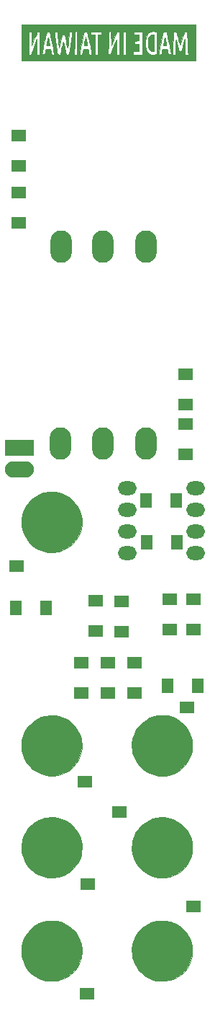
<source format=gbr>
G04 #@! TF.GenerationSoftware,KiCad,Pcbnew,5.1.2-f72e74a~84~ubuntu16.04.1*
G04 #@! TF.CreationDate,2019-05-06T13:36:40+08:00*
G04 #@! TF.ProjectId,8Bit_EuroRack,38426974-5f45-4757-926f-5261636b2e6b,rev?*
G04 #@! TF.SameCoordinates,Original*
G04 #@! TF.FileFunction,Soldermask,Bot*
G04 #@! TF.FilePolarity,Negative*
%FSLAX46Y46*%
G04 Gerber Fmt 4.6, Leading zero omitted, Abs format (unit mm)*
G04 Created by KiCad (PCBNEW 5.1.2-f72e74a~84~ubuntu16.04.1) date 2019-05-06 13:36:40*
%MOMM*%
%LPD*%
G04 APERTURE LIST*
%ADD10C,0.010000*%
%ADD11C,6.725864*%
%ADD12R,1.820000X1.420000*%
%ADD13R,1.720000X1.320000*%
%ADD14R,1.420000X1.820000*%
%ADD15R,3.410000X1.910000*%
%ADD16O,3.410000X1.910000*%
%ADD17O,2.220000X1.620000*%
%ADD18O,2.540000X3.800000*%
G04 APERTURE END LIST*
D10*
G36*
X92200969Y-46875007D02*
G01*
X92227073Y-46969422D01*
X92260522Y-47107134D01*
X92296920Y-47268232D01*
X92331872Y-47432809D01*
X92360983Y-47580954D01*
X92379859Y-47692759D01*
X92384655Y-47740969D01*
X92359799Y-47780592D01*
X92275593Y-47799557D01*
X92177509Y-47802858D01*
X91970364Y-47802858D01*
X92070161Y-47331651D01*
X92111191Y-47143050D01*
X92147122Y-46987323D01*
X92173836Y-46881726D01*
X92186604Y-46843798D01*
X92200969Y-46875007D01*
X92200969Y-46875007D01*
G37*
X92200969Y-46875007D02*
X92227073Y-46969422D01*
X92260522Y-47107134D01*
X92296920Y-47268232D01*
X92331872Y-47432809D01*
X92360983Y-47580954D01*
X92379859Y-47692759D01*
X92384655Y-47740969D01*
X92359799Y-47780592D01*
X92275593Y-47799557D01*
X92177509Y-47802858D01*
X91970364Y-47802858D01*
X92070161Y-47331651D01*
X92111191Y-47143050D01*
X92147122Y-46987323D01*
X92173836Y-46881726D01*
X92186604Y-46843798D01*
X92200969Y-46875007D01*
G36*
X82970747Y-47252525D02*
G01*
X83011143Y-47439867D01*
X83043704Y-47598827D01*
X83064512Y-47709777D01*
X83070054Y-47749942D01*
X83031443Y-47785821D01*
X82912402Y-47801856D01*
X82856802Y-47802858D01*
X82730483Y-47798882D01*
X82670674Y-47782365D01*
X82659411Y-47746427D01*
X82663387Y-47728775D01*
X82682470Y-47648471D01*
X82710068Y-47517132D01*
X82732976Y-47400692D01*
X82768135Y-47228611D01*
X82806067Y-47060958D01*
X82827083Y-46977358D01*
X82872707Y-46808025D01*
X82970747Y-47252525D01*
X82970747Y-47252525D01*
G37*
X82970747Y-47252525D02*
X83011143Y-47439867D01*
X83043704Y-47598827D01*
X83064512Y-47709777D01*
X83070054Y-47749942D01*
X83031443Y-47785821D01*
X82912402Y-47801856D01*
X82856802Y-47802858D01*
X82730483Y-47798882D01*
X82670674Y-47782365D01*
X82659411Y-47746427D01*
X82663387Y-47728775D01*
X82682470Y-47648471D01*
X82710068Y-47517132D01*
X82732976Y-47400692D01*
X82768135Y-47228611D01*
X82806067Y-47060958D01*
X82827083Y-46977358D01*
X82872707Y-46808025D01*
X82970747Y-47252525D01*
G36*
X78457207Y-46832719D02*
G01*
X78465569Y-46878672D01*
X78488123Y-46990262D01*
X78521350Y-47150332D01*
X78558520Y-47326608D01*
X78659613Y-47802858D01*
X78452468Y-47802858D01*
X78317205Y-47794633D01*
X78253756Y-47767791D01*
X78245322Y-47744018D01*
X78253596Y-47673835D01*
X78275422Y-47548790D01*
X78306304Y-47390253D01*
X78341745Y-47219593D01*
X78377251Y-47058179D01*
X78408324Y-46927379D01*
X78430469Y-46848564D01*
X78436442Y-46835626D01*
X78457202Y-46832466D01*
X78457207Y-46832719D01*
X78457207Y-46832719D01*
G37*
X78457207Y-46832719D02*
X78465569Y-46878672D01*
X78488123Y-46990262D01*
X78521350Y-47150332D01*
X78558520Y-47326608D01*
X78659613Y-47802858D01*
X78452468Y-47802858D01*
X78317205Y-47794633D01*
X78253756Y-47767791D01*
X78245322Y-47744018D01*
X78253596Y-47673835D01*
X78275422Y-47548790D01*
X78306304Y-47390253D01*
X78341745Y-47219593D01*
X78377251Y-47058179D01*
X78408324Y-46927379D01*
X78430469Y-46848564D01*
X78436442Y-46835626D01*
X78457202Y-46832466D01*
X78457207Y-46832719D01*
G36*
X90902989Y-48480192D02*
G01*
X90743075Y-48480192D01*
X90609724Y-48462633D01*
X90497513Y-48419790D01*
X90488833Y-48414122D01*
X90387522Y-48316728D01*
X90315497Y-48179947D01*
X90267993Y-47989886D01*
X90240245Y-47732653D01*
X90237090Y-47680146D01*
X90232250Y-47319078D01*
X90262471Y-47031789D01*
X90329401Y-46814266D01*
X90434690Y-46662493D01*
X90579983Y-46572457D01*
X90703302Y-46544355D01*
X90902989Y-46521847D01*
X90902989Y-48480192D01*
X90902989Y-48480192D01*
G37*
X90902989Y-48480192D02*
X90743075Y-48480192D01*
X90609724Y-48462633D01*
X90497513Y-48419790D01*
X90488833Y-48414122D01*
X90387522Y-48316728D01*
X90315497Y-48179947D01*
X90267993Y-47989886D01*
X90240245Y-47732653D01*
X90237090Y-47680146D01*
X90232250Y-47319078D01*
X90262471Y-47031789D01*
X90329401Y-46814266D01*
X90434690Y-46662493D01*
X90579983Y-46572457D01*
X90703302Y-46544355D01*
X90902989Y-46521847D01*
X90902989Y-48480192D01*
G36*
X85600739Y-45358022D02*
G01*
X95834822Y-45368692D01*
X95845804Y-47453608D01*
X95856786Y-49538525D01*
X75366655Y-49538525D01*
X75366655Y-48866374D01*
X85525459Y-48866374D01*
X85679021Y-48853199D01*
X85832584Y-48840025D01*
X86012501Y-48332025D01*
X86098215Y-48093925D01*
X86190889Y-47842863D01*
X86278152Y-47612040D01*
X86335787Y-47464192D01*
X86479155Y-47104358D01*
X86490597Y-47982775D01*
X86502040Y-48861192D01*
X86838989Y-48861192D01*
X86838989Y-46151858D01*
X87262322Y-46151858D01*
X87262322Y-48861192D01*
X87600989Y-48861192D01*
X87600989Y-48480192D01*
X88489989Y-48480192D01*
X88489989Y-48861192D01*
X89549511Y-48861192D01*
X89538431Y-47528776D01*
X89860680Y-47528776D01*
X89882848Y-47851990D01*
X89954760Y-48203825D01*
X90066291Y-48481705D01*
X90218289Y-48686941D01*
X90411602Y-48820845D01*
X90537427Y-48864964D01*
X90657077Y-48878918D01*
X90821092Y-48879113D01*
X90992758Y-48867439D01*
X91103610Y-48850608D01*
X91453512Y-48850608D01*
X91490979Y-48857252D01*
X91584746Y-48860931D01*
X91621849Y-48861192D01*
X91735577Y-48852715D01*
X91791855Y-48818544D01*
X91812696Y-48765942D01*
X91831081Y-48670165D01*
X91853726Y-48529215D01*
X91866863Y-48437858D01*
X91898708Y-48205025D01*
X92182730Y-48192537D01*
X92319180Y-48186831D01*
X92408548Y-48193847D01*
X92463506Y-48228122D01*
X92496724Y-48304194D01*
X92520872Y-48436601D01*
X92544125Y-48607192D01*
X92575899Y-48840025D01*
X92748648Y-48852710D01*
X92921397Y-48865396D01*
X92920645Y-48861192D01*
X93092812Y-48861192D01*
X93442989Y-48861192D01*
X93445428Y-48130942D01*
X93447976Y-47877181D01*
X93453469Y-47640769D01*
X93461250Y-47439901D01*
X93470664Y-47292770D01*
X93477873Y-47231501D01*
X93490361Y-47173896D01*
X93504219Y-47152419D01*
X93522799Y-47175537D01*
X93549451Y-47251718D01*
X93587524Y-47389428D01*
X93640370Y-47597134D01*
X93670518Y-47718335D01*
X93727397Y-47947460D01*
X93778233Y-48151681D01*
X93819036Y-48315005D01*
X93845813Y-48421440D01*
X93853358Y-48450854D01*
X93893201Y-48505344D01*
X93985450Y-48516070D01*
X94006355Y-48514354D01*
X94091036Y-48496779D01*
X94141260Y-48449506D01*
X94178350Y-48348704D01*
X94188455Y-48310858D01*
X94217964Y-48196822D01*
X94262796Y-48023545D01*
X94317071Y-47813756D01*
X94374909Y-47590185D01*
X94380124Y-47570025D01*
X94522489Y-47019692D01*
X94548669Y-47506525D01*
X94560620Y-47761884D01*
X94571005Y-48043859D01*
X94578309Y-48308568D01*
X94580419Y-48427275D01*
X94585989Y-48861192D01*
X94930772Y-48861192D01*
X94907209Y-48384942D01*
X94896801Y-48160487D01*
X94885014Y-47883729D01*
X94873172Y-47586989D01*
X94862598Y-47302587D01*
X94860838Y-47252525D01*
X94851087Y-47004728D01*
X94839726Y-46767928D01*
X94827938Y-46563786D01*
X94816902Y-46413958D01*
X94812964Y-46374108D01*
X94795811Y-46245129D01*
X94771403Y-46179197D01*
X94723630Y-46155158D01*
X94643703Y-46151858D01*
X94586396Y-46152975D01*
X94540391Y-46162942D01*
X94500928Y-46191686D01*
X94463247Y-46249134D01*
X94422589Y-46345211D01*
X94374193Y-46489845D01*
X94313300Y-46692962D01*
X94235150Y-46964487D01*
X94207269Y-47062025D01*
X94140290Y-47288760D01*
X94079866Y-47479095D01*
X94030015Y-47621497D01*
X93994756Y-47704435D01*
X93978619Y-47718192D01*
X93959021Y-47653883D01*
X93922882Y-47526514D01*
X93875447Y-47354842D01*
X93824714Y-47167858D01*
X93763015Y-46943646D01*
X93698837Y-46718949D01*
X93640845Y-46523693D01*
X93606480Y-46414138D01*
X93519219Y-46147250D01*
X93364687Y-46160138D01*
X93210155Y-46173025D01*
X93183076Y-46554025D01*
X93173542Y-46711921D01*
X93162375Y-46935423D01*
X93150404Y-47205504D01*
X93138462Y-47503138D01*
X93127377Y-47809300D01*
X93124404Y-47898108D01*
X93092812Y-48861192D01*
X92920645Y-48861192D01*
X92820674Y-48302377D01*
X92778885Y-48079184D01*
X92725753Y-47810983D01*
X92665234Y-47516265D01*
X92601283Y-47213519D01*
X92537852Y-46921236D01*
X92478898Y-46657906D01*
X92428375Y-46442018D01*
X92392420Y-46300025D01*
X92358148Y-46215810D01*
X92297075Y-46175845D01*
X92188726Y-46160397D01*
X92019600Y-46147769D01*
X91861430Y-46816564D01*
X91820697Y-46995193D01*
X91772308Y-47217529D01*
X91719130Y-47469276D01*
X91664031Y-47736139D01*
X91609878Y-48003822D01*
X91559536Y-48258029D01*
X91515875Y-48484464D01*
X91481759Y-48668832D01*
X91460057Y-48796836D01*
X91453512Y-48850608D01*
X91103610Y-48850608D01*
X91135363Y-48845787D01*
X91184792Y-48831620D01*
X91201324Y-48810609D01*
X91214481Y-48756377D01*
X91224600Y-48661022D01*
X91232022Y-48516642D01*
X91237086Y-48315334D01*
X91240131Y-48049196D01*
X91241496Y-47710325D01*
X91241655Y-47507287D01*
X91241655Y-46204775D01*
X91109363Y-46178317D01*
X90790719Y-46144769D01*
X90517951Y-46180005D01*
X90293012Y-46283280D01*
X90117858Y-46453850D01*
X90038676Y-46585719D01*
X89940273Y-46858035D01*
X89879859Y-47181181D01*
X89860680Y-47528776D01*
X89538431Y-47528776D01*
X89538333Y-47517108D01*
X89527155Y-46173025D01*
X89029739Y-46161098D01*
X88532322Y-46149171D01*
X88532322Y-46532858D01*
X89167322Y-46532858D01*
X89167322Y-47248656D01*
X88595822Y-47273692D01*
X88582804Y-47453608D01*
X88569787Y-47633525D01*
X89167322Y-47633525D01*
X89167322Y-48480192D01*
X88489989Y-48480192D01*
X87600989Y-48480192D01*
X87600989Y-46151858D01*
X87262322Y-46151858D01*
X86838989Y-46151858D01*
X86694791Y-46151858D01*
X86632268Y-46154334D01*
X86584497Y-46170563D01*
X86541727Y-46213745D01*
X86494205Y-46297079D01*
X86432179Y-46433765D01*
X86358581Y-46606942D01*
X86261744Y-46839401D01*
X86158277Y-47092548D01*
X86063670Y-47328295D01*
X86018580Y-47443025D01*
X85870590Y-47824025D01*
X85865322Y-46146747D01*
X85547822Y-46173025D01*
X85536640Y-47519699D01*
X85525459Y-48866374D01*
X75366655Y-48866374D01*
X75366655Y-46151858D01*
X76170989Y-46151858D01*
X76170989Y-48861192D01*
X76315269Y-48861192D01*
X76394107Y-48856655D01*
X76445958Y-48830935D01*
X76486844Y-48765864D01*
X76532785Y-48643274D01*
X76548588Y-48596608D01*
X76595644Y-48462384D01*
X76665305Y-48270805D01*
X76749603Y-48043468D01*
X76840566Y-47801970D01*
X76880558Y-47697025D01*
X77123489Y-47062025D01*
X77134914Y-47961608D01*
X77146339Y-48861192D01*
X77483322Y-48861192D01*
X77483322Y-48821304D01*
X77708878Y-48821304D01*
X77733035Y-48853353D01*
X77810488Y-48857240D01*
X77875110Y-48853014D01*
X78054078Y-48840025D01*
X78085852Y-48607192D01*
X78112351Y-48414520D01*
X78136997Y-48290720D01*
X78172474Y-48221256D01*
X78231468Y-48191589D01*
X78326665Y-48187183D01*
X78447690Y-48192537D01*
X78732155Y-48205025D01*
X78782415Y-48522525D01*
X78806714Y-48675269D01*
X78825330Y-48790868D01*
X78834838Y-48848089D01*
X78835332Y-48850608D01*
X78874676Y-48857341D01*
X78969239Y-48860981D01*
X79001741Y-48861192D01*
X79165493Y-48861192D01*
X79064129Y-48279108D01*
X79017881Y-48029431D01*
X78958157Y-47730428D01*
X78889849Y-47404578D01*
X78817848Y-47074361D01*
X78747048Y-46762257D01*
X78682338Y-46490745D01*
X78633448Y-46300025D01*
X78601074Y-46216911D01*
X78545123Y-46180914D01*
X78435560Y-46173026D01*
X78432776Y-46173025D01*
X79198121Y-46173025D01*
X79210571Y-46342358D01*
X79227276Y-46530768D01*
X79252844Y-46770403D01*
X79285287Y-47046588D01*
X79322615Y-47344647D01*
X79362836Y-47649906D01*
X79403961Y-47947689D01*
X79444000Y-48223322D01*
X79480963Y-48462128D01*
X79512861Y-48649433D01*
X79537702Y-48770563D01*
X79542090Y-48787108D01*
X79586030Y-48840177D01*
X79688602Y-48860411D01*
X79726049Y-48861192D01*
X79888737Y-48861192D01*
X79973132Y-48490775D01*
X80023684Y-48262025D01*
X80077719Y-48006774D01*
X80124200Y-47777238D01*
X80127461Y-47760525D01*
X80161952Y-47589176D01*
X80193055Y-47445453D01*
X80215571Y-47353021D01*
X80220452Y-47337192D01*
X80237278Y-47349945D01*
X80265767Y-47432147D01*
X80301856Y-47570052D01*
X80339318Y-47739358D01*
X80387761Y-47971942D01*
X80439453Y-48215493D01*
X80486612Y-48433520D01*
X80508641Y-48533108D01*
X80582154Y-48861192D01*
X80744385Y-48861192D01*
X81546133Y-48861192D01*
X81885989Y-48861192D01*
X81885989Y-48822801D01*
X82139989Y-48822801D01*
X82177489Y-48847104D01*
X82270888Y-48860364D01*
X82304925Y-48861192D01*
X82469862Y-48861192D01*
X82527175Y-48533108D01*
X82584489Y-48205025D01*
X82865193Y-48192622D01*
X83000654Y-48187247D01*
X83089768Y-48195136D01*
X83144644Y-48230749D01*
X83177392Y-48308547D01*
X83200122Y-48442990D01*
X83221228Y-48617775D01*
X83250411Y-48861192D01*
X83414866Y-48861192D01*
X83534101Y-48848608D01*
X83578674Y-48809307D01*
X83579322Y-48801634D01*
X83571106Y-48728998D01*
X83548398Y-48588564D01*
X83514104Y-48395394D01*
X83471131Y-48164548D01*
X83422387Y-47911090D01*
X83370778Y-47650079D01*
X83319213Y-47396578D01*
X83270596Y-47165648D01*
X83227837Y-46972351D01*
X83218315Y-46931296D01*
X83154785Y-46659881D01*
X83106805Y-46459800D01*
X83069426Y-46320242D01*
X83037700Y-46230393D01*
X83006676Y-46179440D01*
X82971407Y-46156571D01*
X82933973Y-46151858D01*
X83494655Y-46151858D01*
X83494655Y-46532858D01*
X83960322Y-46532858D01*
X83960322Y-48861192D01*
X84298989Y-48861192D01*
X84298989Y-46532858D01*
X84764655Y-46532858D01*
X84764655Y-46151858D01*
X83494655Y-46151858D01*
X82933973Y-46151858D01*
X82926943Y-46150973D01*
X82868335Y-46151833D01*
X82861563Y-46151858D01*
X82697401Y-46151858D01*
X82547847Y-46776275D01*
X82503144Y-46970062D01*
X82451759Y-47204433D01*
X82396533Y-47465129D01*
X82340309Y-47737895D01*
X82285927Y-48008473D01*
X82236229Y-48262605D01*
X82194055Y-48486036D01*
X82162248Y-48664507D01*
X82143649Y-48783762D01*
X82139989Y-48822801D01*
X81885989Y-48822801D01*
X81885989Y-46146747D01*
X81568489Y-46173025D01*
X81557311Y-47517108D01*
X81546133Y-48861192D01*
X80744385Y-48861192D01*
X80864704Y-48847969D01*
X80921778Y-48803481D01*
X80928128Y-48787108D01*
X80954205Y-48672026D01*
X80987274Y-48487583D01*
X81025327Y-48248605D01*
X81066358Y-47969917D01*
X81108356Y-47666347D01*
X81149316Y-47352719D01*
X81187229Y-47043860D01*
X81220087Y-46754596D01*
X81245882Y-46499752D01*
X81259219Y-46342358D01*
X81271856Y-46173025D01*
X81102672Y-46173025D01*
X80993805Y-46178054D01*
X80943490Y-46207427D01*
X80925661Y-46282574D01*
X80922456Y-46321192D01*
X80908415Y-46491072D01*
X80888517Y-46707094D01*
X80864642Y-46951307D01*
X80838666Y-47205762D01*
X80812468Y-47452509D01*
X80787927Y-47673599D01*
X80766921Y-47851081D01*
X80751328Y-47967006D01*
X80748316Y-47985277D01*
X80736280Y-48038277D01*
X80722976Y-48055789D01*
X80706068Y-48029878D01*
X80683220Y-47952607D01*
X80652096Y-47816043D01*
X80610357Y-47612248D01*
X80555669Y-47333288D01*
X80554373Y-47326608D01*
X80392166Y-46490525D01*
X80232274Y-46490525D01*
X80124618Y-46498477D01*
X80072664Y-46534410D01*
X80049814Y-46606942D01*
X80034532Y-46686306D01*
X80006502Y-46832378D01*
X79968876Y-47028705D01*
X79924809Y-47258837D01*
X79889914Y-47441184D01*
X79838601Y-47702868D01*
X79798976Y-47888129D01*
X79769023Y-48004096D01*
X79746725Y-48057895D01*
X79730067Y-48056654D01*
X79722274Y-48033851D01*
X79709097Y-47954355D01*
X79690188Y-47807481D01*
X79667308Y-47610183D01*
X79642216Y-47379417D01*
X79616674Y-47132138D01*
X79592442Y-46885302D01*
X79571281Y-46655864D01*
X79554951Y-46460779D01*
X79546639Y-46342358D01*
X79535645Y-46234010D01*
X79503012Y-46185831D01*
X79422907Y-46173431D01*
X79367305Y-46173025D01*
X79198121Y-46173025D01*
X78432776Y-46173025D01*
X78266489Y-46173025D01*
X78169483Y-46554025D01*
X78135028Y-46699035D01*
X78088141Y-46910066D01*
X78032355Y-47169987D01*
X77971202Y-47461672D01*
X77908212Y-47767991D01*
X77846919Y-48071816D01*
X77790853Y-48356019D01*
X77743547Y-48603471D01*
X77717264Y-48747181D01*
X77708878Y-48821304D01*
X77483322Y-48821304D01*
X77483322Y-46151858D01*
X77339693Y-46151858D01*
X77276135Y-46154653D01*
X77227520Y-46171990D01*
X77183543Y-46217299D01*
X77133901Y-46304007D01*
X77068290Y-46445543D01*
X77006758Y-46585775D01*
X76908977Y-46815103D01*
X76805175Y-47066963D01*
X76711690Y-47301413D01*
X76674137Y-47399055D01*
X76530822Y-47778419D01*
X76519324Y-46965139D01*
X76507827Y-46151858D01*
X76170989Y-46151858D01*
X75366655Y-46151858D01*
X75366655Y-45347352D01*
X85600739Y-45358022D01*
X85600739Y-45358022D01*
G37*
X85600739Y-45358022D02*
X95834822Y-45368692D01*
X95845804Y-47453608D01*
X95856786Y-49538525D01*
X75366655Y-49538525D01*
X75366655Y-48866374D01*
X85525459Y-48866374D01*
X85679021Y-48853199D01*
X85832584Y-48840025D01*
X86012501Y-48332025D01*
X86098215Y-48093925D01*
X86190889Y-47842863D01*
X86278152Y-47612040D01*
X86335787Y-47464192D01*
X86479155Y-47104358D01*
X86490597Y-47982775D01*
X86502040Y-48861192D01*
X86838989Y-48861192D01*
X86838989Y-46151858D01*
X87262322Y-46151858D01*
X87262322Y-48861192D01*
X87600989Y-48861192D01*
X87600989Y-48480192D01*
X88489989Y-48480192D01*
X88489989Y-48861192D01*
X89549511Y-48861192D01*
X89538431Y-47528776D01*
X89860680Y-47528776D01*
X89882848Y-47851990D01*
X89954760Y-48203825D01*
X90066291Y-48481705D01*
X90218289Y-48686941D01*
X90411602Y-48820845D01*
X90537427Y-48864964D01*
X90657077Y-48878918D01*
X90821092Y-48879113D01*
X90992758Y-48867439D01*
X91103610Y-48850608D01*
X91453512Y-48850608D01*
X91490979Y-48857252D01*
X91584746Y-48860931D01*
X91621849Y-48861192D01*
X91735577Y-48852715D01*
X91791855Y-48818544D01*
X91812696Y-48765942D01*
X91831081Y-48670165D01*
X91853726Y-48529215D01*
X91866863Y-48437858D01*
X91898708Y-48205025D01*
X92182730Y-48192537D01*
X92319180Y-48186831D01*
X92408548Y-48193847D01*
X92463506Y-48228122D01*
X92496724Y-48304194D01*
X92520872Y-48436601D01*
X92544125Y-48607192D01*
X92575899Y-48840025D01*
X92748648Y-48852710D01*
X92921397Y-48865396D01*
X92920645Y-48861192D01*
X93092812Y-48861192D01*
X93442989Y-48861192D01*
X93445428Y-48130942D01*
X93447976Y-47877181D01*
X93453469Y-47640769D01*
X93461250Y-47439901D01*
X93470664Y-47292770D01*
X93477873Y-47231501D01*
X93490361Y-47173896D01*
X93504219Y-47152419D01*
X93522799Y-47175537D01*
X93549451Y-47251718D01*
X93587524Y-47389428D01*
X93640370Y-47597134D01*
X93670518Y-47718335D01*
X93727397Y-47947460D01*
X93778233Y-48151681D01*
X93819036Y-48315005D01*
X93845813Y-48421440D01*
X93853358Y-48450854D01*
X93893201Y-48505344D01*
X93985450Y-48516070D01*
X94006355Y-48514354D01*
X94091036Y-48496779D01*
X94141260Y-48449506D01*
X94178350Y-48348704D01*
X94188455Y-48310858D01*
X94217964Y-48196822D01*
X94262796Y-48023545D01*
X94317071Y-47813756D01*
X94374909Y-47590185D01*
X94380124Y-47570025D01*
X94522489Y-47019692D01*
X94548669Y-47506525D01*
X94560620Y-47761884D01*
X94571005Y-48043859D01*
X94578309Y-48308568D01*
X94580419Y-48427275D01*
X94585989Y-48861192D01*
X94930772Y-48861192D01*
X94907209Y-48384942D01*
X94896801Y-48160487D01*
X94885014Y-47883729D01*
X94873172Y-47586989D01*
X94862598Y-47302587D01*
X94860838Y-47252525D01*
X94851087Y-47004728D01*
X94839726Y-46767928D01*
X94827938Y-46563786D01*
X94816902Y-46413958D01*
X94812964Y-46374108D01*
X94795811Y-46245129D01*
X94771403Y-46179197D01*
X94723630Y-46155158D01*
X94643703Y-46151858D01*
X94586396Y-46152975D01*
X94540391Y-46162942D01*
X94500928Y-46191686D01*
X94463247Y-46249134D01*
X94422589Y-46345211D01*
X94374193Y-46489845D01*
X94313300Y-46692962D01*
X94235150Y-46964487D01*
X94207269Y-47062025D01*
X94140290Y-47288760D01*
X94079866Y-47479095D01*
X94030015Y-47621497D01*
X93994756Y-47704435D01*
X93978619Y-47718192D01*
X93959021Y-47653883D01*
X93922882Y-47526514D01*
X93875447Y-47354842D01*
X93824714Y-47167858D01*
X93763015Y-46943646D01*
X93698837Y-46718949D01*
X93640845Y-46523693D01*
X93606480Y-46414138D01*
X93519219Y-46147250D01*
X93364687Y-46160138D01*
X93210155Y-46173025D01*
X93183076Y-46554025D01*
X93173542Y-46711921D01*
X93162375Y-46935423D01*
X93150404Y-47205504D01*
X93138462Y-47503138D01*
X93127377Y-47809300D01*
X93124404Y-47898108D01*
X93092812Y-48861192D01*
X92920645Y-48861192D01*
X92820674Y-48302377D01*
X92778885Y-48079184D01*
X92725753Y-47810983D01*
X92665234Y-47516265D01*
X92601283Y-47213519D01*
X92537852Y-46921236D01*
X92478898Y-46657906D01*
X92428375Y-46442018D01*
X92392420Y-46300025D01*
X92358148Y-46215810D01*
X92297075Y-46175845D01*
X92188726Y-46160397D01*
X92019600Y-46147769D01*
X91861430Y-46816564D01*
X91820697Y-46995193D01*
X91772308Y-47217529D01*
X91719130Y-47469276D01*
X91664031Y-47736139D01*
X91609878Y-48003822D01*
X91559536Y-48258029D01*
X91515875Y-48484464D01*
X91481759Y-48668832D01*
X91460057Y-48796836D01*
X91453512Y-48850608D01*
X91103610Y-48850608D01*
X91135363Y-48845787D01*
X91184792Y-48831620D01*
X91201324Y-48810609D01*
X91214481Y-48756377D01*
X91224600Y-48661022D01*
X91232022Y-48516642D01*
X91237086Y-48315334D01*
X91240131Y-48049196D01*
X91241496Y-47710325D01*
X91241655Y-47507287D01*
X91241655Y-46204775D01*
X91109363Y-46178317D01*
X90790719Y-46144769D01*
X90517951Y-46180005D01*
X90293012Y-46283280D01*
X90117858Y-46453850D01*
X90038676Y-46585719D01*
X89940273Y-46858035D01*
X89879859Y-47181181D01*
X89860680Y-47528776D01*
X89538431Y-47528776D01*
X89538333Y-47517108D01*
X89527155Y-46173025D01*
X89029739Y-46161098D01*
X88532322Y-46149171D01*
X88532322Y-46532858D01*
X89167322Y-46532858D01*
X89167322Y-47248656D01*
X88595822Y-47273692D01*
X88582804Y-47453608D01*
X88569787Y-47633525D01*
X89167322Y-47633525D01*
X89167322Y-48480192D01*
X88489989Y-48480192D01*
X87600989Y-48480192D01*
X87600989Y-46151858D01*
X87262322Y-46151858D01*
X86838989Y-46151858D01*
X86694791Y-46151858D01*
X86632268Y-46154334D01*
X86584497Y-46170563D01*
X86541727Y-46213745D01*
X86494205Y-46297079D01*
X86432179Y-46433765D01*
X86358581Y-46606942D01*
X86261744Y-46839401D01*
X86158277Y-47092548D01*
X86063670Y-47328295D01*
X86018580Y-47443025D01*
X85870590Y-47824025D01*
X85865322Y-46146747D01*
X85547822Y-46173025D01*
X85536640Y-47519699D01*
X85525459Y-48866374D01*
X75366655Y-48866374D01*
X75366655Y-46151858D01*
X76170989Y-46151858D01*
X76170989Y-48861192D01*
X76315269Y-48861192D01*
X76394107Y-48856655D01*
X76445958Y-48830935D01*
X76486844Y-48765864D01*
X76532785Y-48643274D01*
X76548588Y-48596608D01*
X76595644Y-48462384D01*
X76665305Y-48270805D01*
X76749603Y-48043468D01*
X76840566Y-47801970D01*
X76880558Y-47697025D01*
X77123489Y-47062025D01*
X77134914Y-47961608D01*
X77146339Y-48861192D01*
X77483322Y-48861192D01*
X77483322Y-48821304D01*
X77708878Y-48821304D01*
X77733035Y-48853353D01*
X77810488Y-48857240D01*
X77875110Y-48853014D01*
X78054078Y-48840025D01*
X78085852Y-48607192D01*
X78112351Y-48414520D01*
X78136997Y-48290720D01*
X78172474Y-48221256D01*
X78231468Y-48191589D01*
X78326665Y-48187183D01*
X78447690Y-48192537D01*
X78732155Y-48205025D01*
X78782415Y-48522525D01*
X78806714Y-48675269D01*
X78825330Y-48790868D01*
X78834838Y-48848089D01*
X78835332Y-48850608D01*
X78874676Y-48857341D01*
X78969239Y-48860981D01*
X79001741Y-48861192D01*
X79165493Y-48861192D01*
X79064129Y-48279108D01*
X79017881Y-48029431D01*
X78958157Y-47730428D01*
X78889849Y-47404578D01*
X78817848Y-47074361D01*
X78747048Y-46762257D01*
X78682338Y-46490745D01*
X78633448Y-46300025D01*
X78601074Y-46216911D01*
X78545123Y-46180914D01*
X78435560Y-46173026D01*
X78432776Y-46173025D01*
X79198121Y-46173025D01*
X79210571Y-46342358D01*
X79227276Y-46530768D01*
X79252844Y-46770403D01*
X79285287Y-47046588D01*
X79322615Y-47344647D01*
X79362836Y-47649906D01*
X79403961Y-47947689D01*
X79444000Y-48223322D01*
X79480963Y-48462128D01*
X79512861Y-48649433D01*
X79537702Y-48770563D01*
X79542090Y-48787108D01*
X79586030Y-48840177D01*
X79688602Y-48860411D01*
X79726049Y-48861192D01*
X79888737Y-48861192D01*
X79973132Y-48490775D01*
X80023684Y-48262025D01*
X80077719Y-48006774D01*
X80124200Y-47777238D01*
X80127461Y-47760525D01*
X80161952Y-47589176D01*
X80193055Y-47445453D01*
X80215571Y-47353021D01*
X80220452Y-47337192D01*
X80237278Y-47349945D01*
X80265767Y-47432147D01*
X80301856Y-47570052D01*
X80339318Y-47739358D01*
X80387761Y-47971942D01*
X80439453Y-48215493D01*
X80486612Y-48433520D01*
X80508641Y-48533108D01*
X80582154Y-48861192D01*
X80744385Y-48861192D01*
X81546133Y-48861192D01*
X81885989Y-48861192D01*
X81885989Y-48822801D01*
X82139989Y-48822801D01*
X82177489Y-48847104D01*
X82270888Y-48860364D01*
X82304925Y-48861192D01*
X82469862Y-48861192D01*
X82527175Y-48533108D01*
X82584489Y-48205025D01*
X82865193Y-48192622D01*
X83000654Y-48187247D01*
X83089768Y-48195136D01*
X83144644Y-48230749D01*
X83177392Y-48308547D01*
X83200122Y-48442990D01*
X83221228Y-48617775D01*
X83250411Y-48861192D01*
X83414866Y-48861192D01*
X83534101Y-48848608D01*
X83578674Y-48809307D01*
X83579322Y-48801634D01*
X83571106Y-48728998D01*
X83548398Y-48588564D01*
X83514104Y-48395394D01*
X83471131Y-48164548D01*
X83422387Y-47911090D01*
X83370778Y-47650079D01*
X83319213Y-47396578D01*
X83270596Y-47165648D01*
X83227837Y-46972351D01*
X83218315Y-46931296D01*
X83154785Y-46659881D01*
X83106805Y-46459800D01*
X83069426Y-46320242D01*
X83037700Y-46230393D01*
X83006676Y-46179440D01*
X82971407Y-46156571D01*
X82933973Y-46151858D01*
X83494655Y-46151858D01*
X83494655Y-46532858D01*
X83960322Y-46532858D01*
X83960322Y-48861192D01*
X84298989Y-48861192D01*
X84298989Y-46532858D01*
X84764655Y-46532858D01*
X84764655Y-46151858D01*
X83494655Y-46151858D01*
X82933973Y-46151858D01*
X82926943Y-46150973D01*
X82868335Y-46151833D01*
X82861563Y-46151858D01*
X82697401Y-46151858D01*
X82547847Y-46776275D01*
X82503144Y-46970062D01*
X82451759Y-47204433D01*
X82396533Y-47465129D01*
X82340309Y-47737895D01*
X82285927Y-48008473D01*
X82236229Y-48262605D01*
X82194055Y-48486036D01*
X82162248Y-48664507D01*
X82143649Y-48783762D01*
X82139989Y-48822801D01*
X81885989Y-48822801D01*
X81885989Y-46146747D01*
X81568489Y-46173025D01*
X81557311Y-47517108D01*
X81546133Y-48861192D01*
X80744385Y-48861192D01*
X80864704Y-48847969D01*
X80921778Y-48803481D01*
X80928128Y-48787108D01*
X80954205Y-48672026D01*
X80987274Y-48487583D01*
X81025327Y-48248605D01*
X81066358Y-47969917D01*
X81108356Y-47666347D01*
X81149316Y-47352719D01*
X81187229Y-47043860D01*
X81220087Y-46754596D01*
X81245882Y-46499752D01*
X81259219Y-46342358D01*
X81271856Y-46173025D01*
X81102672Y-46173025D01*
X80993805Y-46178054D01*
X80943490Y-46207427D01*
X80925661Y-46282574D01*
X80922456Y-46321192D01*
X80908415Y-46491072D01*
X80888517Y-46707094D01*
X80864642Y-46951307D01*
X80838666Y-47205762D01*
X80812468Y-47452509D01*
X80787927Y-47673599D01*
X80766921Y-47851081D01*
X80751328Y-47967006D01*
X80748316Y-47985277D01*
X80736280Y-48038277D01*
X80722976Y-48055789D01*
X80706068Y-48029878D01*
X80683220Y-47952607D01*
X80652096Y-47816043D01*
X80610357Y-47612248D01*
X80555669Y-47333288D01*
X80554373Y-47326608D01*
X80392166Y-46490525D01*
X80232274Y-46490525D01*
X80124618Y-46498477D01*
X80072664Y-46534410D01*
X80049814Y-46606942D01*
X80034532Y-46686306D01*
X80006502Y-46832378D01*
X79968876Y-47028705D01*
X79924809Y-47258837D01*
X79889914Y-47441184D01*
X79838601Y-47702868D01*
X79798976Y-47888129D01*
X79769023Y-48004096D01*
X79746725Y-48057895D01*
X79730067Y-48056654D01*
X79722274Y-48033851D01*
X79709097Y-47954355D01*
X79690188Y-47807481D01*
X79667308Y-47610183D01*
X79642216Y-47379417D01*
X79616674Y-47132138D01*
X79592442Y-46885302D01*
X79571281Y-46655864D01*
X79554951Y-46460779D01*
X79546639Y-46342358D01*
X79535645Y-46234010D01*
X79503012Y-46185831D01*
X79422907Y-46173431D01*
X79367305Y-46173025D01*
X79198121Y-46173025D01*
X78432776Y-46173025D01*
X78266489Y-46173025D01*
X78169483Y-46554025D01*
X78135028Y-46699035D01*
X78088141Y-46910066D01*
X78032355Y-47169987D01*
X77971202Y-47461672D01*
X77908212Y-47767991D01*
X77846919Y-48071816D01*
X77790853Y-48356019D01*
X77743547Y-48603471D01*
X77717264Y-48747181D01*
X77708878Y-48821304D01*
X77483322Y-48821304D01*
X77483322Y-46151858D01*
X77339693Y-46151858D01*
X77276135Y-46154653D01*
X77227520Y-46171990D01*
X77183543Y-46217299D01*
X77133901Y-46304007D01*
X77068290Y-46445543D01*
X77006758Y-46585775D01*
X76908977Y-46815103D01*
X76805175Y-47066963D01*
X76711690Y-47301413D01*
X76674137Y-47399055D01*
X76530822Y-47778419D01*
X76519324Y-46965139D01*
X76507827Y-46151858D01*
X76170989Y-46151858D01*
X75366655Y-46151858D01*
X75366655Y-45347352D01*
X85600739Y-45358022D01*
G36*
X79285889Y-100225990D02*
G01*
X79637071Y-100281031D01*
X79982584Y-100380827D01*
X80349974Y-100532139D01*
X80488989Y-100598600D01*
X80679424Y-100695579D01*
X80830478Y-100783209D01*
X80963657Y-100877504D01*
X81100467Y-100994477D01*
X81262416Y-101150140D01*
X81356822Y-101244742D01*
X81625231Y-101531944D01*
X81828472Y-101787215D01*
X81957719Y-101989525D01*
X82190479Y-102488931D01*
X82342784Y-103005057D01*
X82415273Y-103530289D01*
X82408584Y-104057010D01*
X82323358Y-104577607D01*
X82160231Y-105084462D01*
X81919845Y-105569961D01*
X81620950Y-106003897D01*
X81305693Y-106340215D01*
X80928100Y-106643287D01*
X80507952Y-106900493D01*
X80065029Y-107099214D01*
X79750751Y-107197083D01*
X79466387Y-107252536D01*
X79144953Y-107288999D01*
X78818605Y-107304580D01*
X78519503Y-107297389D01*
X78352803Y-107279275D01*
X77824754Y-107155462D01*
X77328607Y-106958168D01*
X76871112Y-106693541D01*
X76459018Y-106367729D01*
X76099075Y-105986881D01*
X75798032Y-105557145D01*
X75562639Y-105084670D01*
X75403824Y-104593025D01*
X75336413Y-104203719D01*
X75310755Y-103785049D01*
X75320934Y-103521250D01*
X76107578Y-103521250D01*
X76107823Y-103979273D01*
X76192678Y-104437680D01*
X76362160Y-104897219D01*
X76405397Y-104987685D01*
X76651343Y-105393098D01*
X76954407Y-105741461D01*
X77306073Y-106029207D01*
X77697825Y-106252772D01*
X78121147Y-106408589D01*
X78567523Y-106493094D01*
X79028439Y-106502720D01*
X79495377Y-106433904D01*
X79714903Y-106373318D01*
X80142281Y-106193650D01*
X80532493Y-105942927D01*
X80876867Y-105629822D01*
X81166725Y-105263010D01*
X81393395Y-104851163D01*
X81492072Y-104596344D01*
X81543263Y-104429582D01*
X81576475Y-104281995D01*
X81595370Y-104126015D01*
X81603610Y-103934075D01*
X81605000Y-103746358D01*
X81602290Y-103509939D01*
X81592050Y-103331510D01*
X81570712Y-103184486D01*
X81534708Y-103042283D01*
X81493517Y-102915779D01*
X81293823Y-102452580D01*
X81034985Y-102049933D01*
X80716791Y-101707602D01*
X80339033Y-101425350D01*
X80011827Y-101250809D01*
X79688743Y-101121160D01*
X79385705Y-101042574D01*
X79063983Y-101006696D01*
X78859155Y-101002148D01*
X78377300Y-101043469D01*
X77921964Y-101162357D01*
X77500340Y-101354203D01*
X77119621Y-101614397D01*
X76787000Y-101938328D01*
X76509668Y-102321387D01*
X76360869Y-102603358D01*
X76191932Y-103062861D01*
X76107578Y-103521250D01*
X75320934Y-103521250D01*
X75326820Y-103368724D01*
X75384573Y-102986455D01*
X75405583Y-102899692D01*
X75584432Y-102379559D01*
X75832362Y-101900500D01*
X76143152Y-101468399D01*
X76510583Y-101089140D01*
X76928434Y-100768610D01*
X77390486Y-100512694D01*
X77890517Y-100327276D01*
X78202989Y-100252919D01*
X78345938Y-100234156D01*
X78542957Y-100219403D01*
X78763472Y-100210584D01*
X78901489Y-100208942D01*
X79285889Y-100225990D01*
X79285889Y-100225990D01*
G37*
X79285889Y-100225990D02*
X79637071Y-100281031D01*
X79982584Y-100380827D01*
X80349974Y-100532139D01*
X80488989Y-100598600D01*
X80679424Y-100695579D01*
X80830478Y-100783209D01*
X80963657Y-100877504D01*
X81100467Y-100994477D01*
X81262416Y-101150140D01*
X81356822Y-101244742D01*
X81625231Y-101531944D01*
X81828472Y-101787215D01*
X81957719Y-101989525D01*
X82190479Y-102488931D01*
X82342784Y-103005057D01*
X82415273Y-103530289D01*
X82408584Y-104057010D01*
X82323358Y-104577607D01*
X82160231Y-105084462D01*
X81919845Y-105569961D01*
X81620950Y-106003897D01*
X81305693Y-106340215D01*
X80928100Y-106643287D01*
X80507952Y-106900493D01*
X80065029Y-107099214D01*
X79750751Y-107197083D01*
X79466387Y-107252536D01*
X79144953Y-107288999D01*
X78818605Y-107304580D01*
X78519503Y-107297389D01*
X78352803Y-107279275D01*
X77824754Y-107155462D01*
X77328607Y-106958168D01*
X76871112Y-106693541D01*
X76459018Y-106367729D01*
X76099075Y-105986881D01*
X75798032Y-105557145D01*
X75562639Y-105084670D01*
X75403824Y-104593025D01*
X75336413Y-104203719D01*
X75310755Y-103785049D01*
X75320934Y-103521250D01*
X76107578Y-103521250D01*
X76107823Y-103979273D01*
X76192678Y-104437680D01*
X76362160Y-104897219D01*
X76405397Y-104987685D01*
X76651343Y-105393098D01*
X76954407Y-105741461D01*
X77306073Y-106029207D01*
X77697825Y-106252772D01*
X78121147Y-106408589D01*
X78567523Y-106493094D01*
X79028439Y-106502720D01*
X79495377Y-106433904D01*
X79714903Y-106373318D01*
X80142281Y-106193650D01*
X80532493Y-105942927D01*
X80876867Y-105629822D01*
X81166725Y-105263010D01*
X81393395Y-104851163D01*
X81492072Y-104596344D01*
X81543263Y-104429582D01*
X81576475Y-104281995D01*
X81595370Y-104126015D01*
X81603610Y-103934075D01*
X81605000Y-103746358D01*
X81602290Y-103509939D01*
X81592050Y-103331510D01*
X81570712Y-103184486D01*
X81534708Y-103042283D01*
X81493517Y-102915779D01*
X81293823Y-102452580D01*
X81034985Y-102049933D01*
X80716791Y-101707602D01*
X80339033Y-101425350D01*
X80011827Y-101250809D01*
X79688743Y-101121160D01*
X79385705Y-101042574D01*
X79063983Y-101006696D01*
X78859155Y-101002148D01*
X78377300Y-101043469D01*
X77921964Y-101162357D01*
X77500340Y-101354203D01*
X77119621Y-101614397D01*
X76787000Y-101938328D01*
X76509668Y-102321387D01*
X76360869Y-102603358D01*
X76191932Y-103062861D01*
X76107578Y-103521250D01*
X75320934Y-103521250D01*
X75326820Y-103368724D01*
X75384573Y-102986455D01*
X75405583Y-102899692D01*
X75584432Y-102379559D01*
X75832362Y-101900500D01*
X76143152Y-101468399D01*
X76510583Y-101089140D01*
X76928434Y-100768610D01*
X77390486Y-100512694D01*
X77890517Y-100327276D01*
X78202989Y-100252919D01*
X78345938Y-100234156D01*
X78542957Y-100219403D01*
X78763472Y-100210584D01*
X78901489Y-100208942D01*
X79285889Y-100225990D01*
G36*
X92237698Y-126454103D02*
G01*
X92514060Y-126485266D01*
X92575155Y-126497059D01*
X93103074Y-126652455D01*
X93592213Y-126880547D01*
X94036987Y-127176144D01*
X94431807Y-127534053D01*
X94771089Y-127949081D01*
X95049245Y-128416037D01*
X95260689Y-128929729D01*
X95289001Y-129019358D01*
X95337031Y-129187586D01*
X95369686Y-129333973D01*
X95389834Y-129482744D01*
X95400345Y-129658120D01*
X95404089Y-129884326D01*
X95404334Y-129993025D01*
X95402473Y-130245986D01*
X95394979Y-130438548D01*
X95378980Y-130594935D01*
X95351609Y-130739369D01*
X95309996Y-130896074D01*
X95289001Y-130966692D01*
X95089477Y-131488861D01*
X94824568Y-131962545D01*
X94499922Y-132383233D01*
X94121186Y-132746415D01*
X93694007Y-133047578D01*
X93224033Y-133282213D01*
X92716911Y-133445808D01*
X92178289Y-133533853D01*
X92064718Y-133542148D01*
X91851039Y-133548022D01*
X91629463Y-133543655D01*
X91442053Y-133530059D01*
X91413553Y-133526484D01*
X90880711Y-133411683D01*
X90379507Y-133221869D01*
X89916494Y-132962892D01*
X89498224Y-132640606D01*
X89131252Y-132260861D01*
X88822129Y-131829509D01*
X88577410Y-131352402D01*
X88404743Y-130839692D01*
X88344385Y-130506150D01*
X88316745Y-130127823D01*
X88318500Y-129993025D01*
X89112052Y-129993025D01*
X89152025Y-130471848D01*
X89268340Y-130922463D01*
X89455586Y-131338698D01*
X89708356Y-131714375D01*
X90021240Y-132043322D01*
X90388830Y-132319363D01*
X90805716Y-132536323D01*
X91266490Y-132688028D01*
X91516822Y-132738311D01*
X91676673Y-132749619D01*
X91889652Y-132745659D01*
X92126049Y-132728668D01*
X92356153Y-132700886D01*
X92550255Y-132664550D01*
X92573694Y-132658692D01*
X93006598Y-132503496D01*
X93402910Y-132277930D01*
X93755763Y-131990901D01*
X94058294Y-131651317D01*
X94303636Y-131268083D01*
X94484925Y-130850106D01*
X94595296Y-130406292D01*
X94628322Y-129993025D01*
X94587453Y-129529735D01*
X94469141Y-129086211D01*
X94279828Y-128670746D01*
X94025957Y-128291632D01*
X93713970Y-127957162D01*
X93350309Y-127675627D01*
X92941418Y-127455321D01*
X92550930Y-127319119D01*
X92287949Y-127271149D01*
X91978584Y-127248996D01*
X91656576Y-127252597D01*
X91355670Y-127281889D01*
X91160374Y-127321698D01*
X90710493Y-127485822D01*
X90304520Y-127717709D01*
X89948237Y-128009821D01*
X89647423Y-128354620D01*
X89407857Y-128744568D01*
X89235321Y-129172127D01*
X89135593Y-129629758D01*
X89112052Y-129993025D01*
X88318500Y-129993025D01*
X88321822Y-129738012D01*
X88359618Y-129370021D01*
X88404743Y-129146358D01*
X88580054Y-128626149D01*
X88826726Y-128146782D01*
X89139110Y-127713909D01*
X89511558Y-127333186D01*
X89938423Y-127010266D01*
X90414056Y-126750803D01*
X90932809Y-126560451D01*
X91008822Y-126539568D01*
X91273348Y-126488345D01*
X91586738Y-126456474D01*
X91918390Y-126444783D01*
X92237698Y-126454103D01*
X92237698Y-126454103D01*
G37*
X92237698Y-126454103D02*
X92514060Y-126485266D01*
X92575155Y-126497059D01*
X93103074Y-126652455D01*
X93592213Y-126880547D01*
X94036987Y-127176144D01*
X94431807Y-127534053D01*
X94771089Y-127949081D01*
X95049245Y-128416037D01*
X95260689Y-128929729D01*
X95289001Y-129019358D01*
X95337031Y-129187586D01*
X95369686Y-129333973D01*
X95389834Y-129482744D01*
X95400345Y-129658120D01*
X95404089Y-129884326D01*
X95404334Y-129993025D01*
X95402473Y-130245986D01*
X95394979Y-130438548D01*
X95378980Y-130594935D01*
X95351609Y-130739369D01*
X95309996Y-130896074D01*
X95289001Y-130966692D01*
X95089477Y-131488861D01*
X94824568Y-131962545D01*
X94499922Y-132383233D01*
X94121186Y-132746415D01*
X93694007Y-133047578D01*
X93224033Y-133282213D01*
X92716911Y-133445808D01*
X92178289Y-133533853D01*
X92064718Y-133542148D01*
X91851039Y-133548022D01*
X91629463Y-133543655D01*
X91442053Y-133530059D01*
X91413553Y-133526484D01*
X90880711Y-133411683D01*
X90379507Y-133221869D01*
X89916494Y-132962892D01*
X89498224Y-132640606D01*
X89131252Y-132260861D01*
X88822129Y-131829509D01*
X88577410Y-131352402D01*
X88404743Y-130839692D01*
X88344385Y-130506150D01*
X88316745Y-130127823D01*
X88318500Y-129993025D01*
X89112052Y-129993025D01*
X89152025Y-130471848D01*
X89268340Y-130922463D01*
X89455586Y-131338698D01*
X89708356Y-131714375D01*
X90021240Y-132043322D01*
X90388830Y-132319363D01*
X90805716Y-132536323D01*
X91266490Y-132688028D01*
X91516822Y-132738311D01*
X91676673Y-132749619D01*
X91889652Y-132745659D01*
X92126049Y-132728668D01*
X92356153Y-132700886D01*
X92550255Y-132664550D01*
X92573694Y-132658692D01*
X93006598Y-132503496D01*
X93402910Y-132277930D01*
X93755763Y-131990901D01*
X94058294Y-131651317D01*
X94303636Y-131268083D01*
X94484925Y-130850106D01*
X94595296Y-130406292D01*
X94628322Y-129993025D01*
X94587453Y-129529735D01*
X94469141Y-129086211D01*
X94279828Y-128670746D01*
X94025957Y-128291632D01*
X93713970Y-127957162D01*
X93350309Y-127675627D01*
X92941418Y-127455321D01*
X92550930Y-127319119D01*
X92287949Y-127271149D01*
X91978584Y-127248996D01*
X91656576Y-127252597D01*
X91355670Y-127281889D01*
X91160374Y-127321698D01*
X90710493Y-127485822D01*
X90304520Y-127717709D01*
X89948237Y-128009821D01*
X89647423Y-128354620D01*
X89407857Y-128744568D01*
X89235321Y-129172127D01*
X89135593Y-129629758D01*
X89112052Y-129993025D01*
X88318500Y-129993025D01*
X88321822Y-129738012D01*
X88359618Y-129370021D01*
X88404743Y-129146358D01*
X88580054Y-128626149D01*
X88826726Y-128146782D01*
X89139110Y-127713909D01*
X89511558Y-127333186D01*
X89938423Y-127010266D01*
X90414056Y-126750803D01*
X90932809Y-126560451D01*
X91008822Y-126539568D01*
X91273348Y-126488345D01*
X91586738Y-126456474D01*
X91918390Y-126444783D01*
X92237698Y-126454103D01*
G36*
X79209838Y-126453330D02*
G01*
X79741846Y-126546005D01*
X80159151Y-126677515D01*
X80627229Y-126899915D01*
X81057158Y-127192623D01*
X81441749Y-127547146D01*
X81773815Y-127954989D01*
X82046171Y-128407659D01*
X82251629Y-128896663D01*
X82355602Y-129273358D01*
X82386205Y-129481143D01*
X82403891Y-129743440D01*
X82408659Y-130031083D01*
X82400509Y-130314909D01*
X82379442Y-130565753D01*
X82355602Y-130712692D01*
X82204142Y-131222924D01*
X81981926Y-131700580D01*
X81696032Y-132138473D01*
X81353537Y-132529410D01*
X80961519Y-132866204D01*
X80527053Y-133141664D01*
X80057217Y-133348601D01*
X79648902Y-133462453D01*
X79432449Y-133498955D01*
X79184325Y-133527403D01*
X78933382Y-133545681D01*
X78708473Y-133551673D01*
X78541655Y-133543648D01*
X77980335Y-133439002D01*
X77463039Y-133262279D01*
X76988015Y-133012631D01*
X76553513Y-132689208D01*
X76314666Y-132462624D01*
X75955519Y-132036365D01*
X75675773Y-131580831D01*
X75475034Y-131095057D01*
X75352908Y-130578074D01*
X75309001Y-130028916D01*
X75308845Y-129993025D01*
X75317381Y-129872262D01*
X76115709Y-129872262D01*
X76119053Y-130195365D01*
X76148665Y-130497188D01*
X76187829Y-130688140D01*
X76352337Y-131138330D01*
X76585576Y-131545709D01*
X76880083Y-131904377D01*
X77228390Y-132208433D01*
X77623032Y-132451977D01*
X78056543Y-132629110D01*
X78521459Y-132733930D01*
X78808713Y-132759515D01*
X78934232Y-132756207D01*
X79105005Y-132741363D01*
X79274379Y-132719567D01*
X79741688Y-132607403D01*
X80172452Y-132421294D01*
X80560833Y-132166200D01*
X80900987Y-131847078D01*
X81187073Y-131468888D01*
X81413251Y-131036589D01*
X81489252Y-130839285D01*
X81541693Y-130677947D01*
X81575932Y-130537522D01*
X81595700Y-130391147D01*
X81604726Y-130211956D01*
X81606750Y-129993025D01*
X81604352Y-129759394D01*
X81594671Y-129583491D01*
X81573978Y-129438452D01*
X81538543Y-129297414D01*
X81489252Y-129146764D01*
X81287937Y-128686393D01*
X81025385Y-128282436D01*
X80705759Y-127938385D01*
X80333222Y-127657727D01*
X79911937Y-127443952D01*
X79446067Y-127300549D01*
X79241027Y-127262584D01*
X78781955Y-127234166D01*
X78332813Y-127284862D01*
X77901907Y-127409137D01*
X77497541Y-127601455D01*
X77128020Y-127856278D01*
X76801650Y-128168071D01*
X76526735Y-128531297D01*
X76311579Y-128940421D01*
X76187829Y-129297910D01*
X76138634Y-129561803D01*
X76115709Y-129872262D01*
X75317381Y-129872262D01*
X75347811Y-129441796D01*
X75464971Y-128922804D01*
X75660718Y-128435082D01*
X75935448Y-127977661D01*
X76289554Y-127549576D01*
X76314666Y-127523426D01*
X76723375Y-127159954D01*
X77171873Y-126868274D01*
X77652463Y-126650078D01*
X78157451Y-126507060D01*
X78679141Y-126440913D01*
X79209838Y-126453330D01*
X79209838Y-126453330D01*
G37*
X79209838Y-126453330D02*
X79741846Y-126546005D01*
X80159151Y-126677515D01*
X80627229Y-126899915D01*
X81057158Y-127192623D01*
X81441749Y-127547146D01*
X81773815Y-127954989D01*
X82046171Y-128407659D01*
X82251629Y-128896663D01*
X82355602Y-129273358D01*
X82386205Y-129481143D01*
X82403891Y-129743440D01*
X82408659Y-130031083D01*
X82400509Y-130314909D01*
X82379442Y-130565753D01*
X82355602Y-130712692D01*
X82204142Y-131222924D01*
X81981926Y-131700580D01*
X81696032Y-132138473D01*
X81353537Y-132529410D01*
X80961519Y-132866204D01*
X80527053Y-133141664D01*
X80057217Y-133348601D01*
X79648902Y-133462453D01*
X79432449Y-133498955D01*
X79184325Y-133527403D01*
X78933382Y-133545681D01*
X78708473Y-133551673D01*
X78541655Y-133543648D01*
X77980335Y-133439002D01*
X77463039Y-133262279D01*
X76988015Y-133012631D01*
X76553513Y-132689208D01*
X76314666Y-132462624D01*
X75955519Y-132036365D01*
X75675773Y-131580831D01*
X75475034Y-131095057D01*
X75352908Y-130578074D01*
X75309001Y-130028916D01*
X75308845Y-129993025D01*
X75317381Y-129872262D01*
X76115709Y-129872262D01*
X76119053Y-130195365D01*
X76148665Y-130497188D01*
X76187829Y-130688140D01*
X76352337Y-131138330D01*
X76585576Y-131545709D01*
X76880083Y-131904377D01*
X77228390Y-132208433D01*
X77623032Y-132451977D01*
X78056543Y-132629110D01*
X78521459Y-132733930D01*
X78808713Y-132759515D01*
X78934232Y-132756207D01*
X79105005Y-132741363D01*
X79274379Y-132719567D01*
X79741688Y-132607403D01*
X80172452Y-132421294D01*
X80560833Y-132166200D01*
X80900987Y-131847078D01*
X81187073Y-131468888D01*
X81413251Y-131036589D01*
X81489252Y-130839285D01*
X81541693Y-130677947D01*
X81575932Y-130537522D01*
X81595700Y-130391147D01*
X81604726Y-130211956D01*
X81606750Y-129993025D01*
X81604352Y-129759394D01*
X81594671Y-129583491D01*
X81573978Y-129438452D01*
X81538543Y-129297414D01*
X81489252Y-129146764D01*
X81287937Y-128686393D01*
X81025385Y-128282436D01*
X80705759Y-127938385D01*
X80333222Y-127657727D01*
X79911937Y-127443952D01*
X79446067Y-127300549D01*
X79241027Y-127262584D01*
X78781955Y-127234166D01*
X78332813Y-127284862D01*
X77901907Y-127409137D01*
X77497541Y-127601455D01*
X77128020Y-127856278D01*
X76801650Y-128168071D01*
X76526735Y-128531297D01*
X76311579Y-128940421D01*
X76187829Y-129297910D01*
X76138634Y-129561803D01*
X76115709Y-129872262D01*
X75317381Y-129872262D01*
X75347811Y-129441796D01*
X75464971Y-128922804D01*
X75660718Y-128435082D01*
X75935448Y-127977661D01*
X76289554Y-127549576D01*
X76314666Y-127523426D01*
X76723375Y-127159954D01*
X77171873Y-126868274D01*
X77652463Y-126650078D01*
X78157451Y-126507060D01*
X78679141Y-126440913D01*
X79209838Y-126453330D01*
G36*
X92056635Y-138412058D02*
G01*
X92449932Y-138455900D01*
X92805028Y-138535294D01*
X93157648Y-138659840D01*
X93421822Y-138778874D01*
X93893316Y-139047633D01*
X94299640Y-139368669D01*
X94645987Y-139747173D01*
X94937552Y-140188332D01*
X95051468Y-140407025D01*
X95192400Y-140717193D01*
X95292091Y-140989617D01*
X95356740Y-141252052D01*
X95392548Y-141532255D01*
X95405716Y-141857983D01*
X95406097Y-141994525D01*
X95402711Y-142247692D01*
X95393048Y-142441709D01*
X95373993Y-142602034D01*
X95342433Y-142754125D01*
X95295255Y-142923439D01*
X95290596Y-142938874D01*
X95088393Y-143468177D01*
X94819445Y-143946494D01*
X94486858Y-144370691D01*
X94093737Y-144737629D01*
X93643187Y-145044174D01*
X93138312Y-145287189D01*
X92871489Y-145382298D01*
X92623768Y-145440134D01*
X92319406Y-145478960D01*
X91984398Y-145498195D01*
X91644737Y-145497261D01*
X91326420Y-145475578D01*
X91055440Y-145432566D01*
X91017936Y-145423597D01*
X90500599Y-145250708D01*
X90022937Y-145007594D01*
X89591023Y-144700641D01*
X89210929Y-144336237D01*
X88888726Y-143920770D01*
X88630487Y-143460628D01*
X88442283Y-142962199D01*
X88362050Y-142629525D01*
X88312615Y-142180583D01*
X88318241Y-141952192D01*
X89113009Y-141952192D01*
X89146313Y-142431528D01*
X89252006Y-142869471D01*
X89432892Y-143272859D01*
X89691773Y-143648528D01*
X89904193Y-143882080D01*
X90286563Y-144211612D01*
X90692430Y-144459948D01*
X91120818Y-144626809D01*
X91570750Y-144711914D01*
X92041252Y-144714985D01*
X92531345Y-144635741D01*
X92532822Y-144635384D01*
X92976875Y-144485695D01*
X93384530Y-144263775D01*
X93747826Y-143977143D01*
X94058800Y-143633316D01*
X94309490Y-143239812D01*
X94491933Y-142804150D01*
X94500271Y-142777692D01*
X94578831Y-142431119D01*
X94615707Y-142053715D01*
X94609057Y-141681503D01*
X94570286Y-141407547D01*
X94437611Y-140974193D01*
X94234087Y-140565248D01*
X93969229Y-140193046D01*
X93652554Y-139869921D01*
X93293581Y-139608206D01*
X93101944Y-139504587D01*
X92639468Y-139325932D01*
X92171680Y-139229234D01*
X91705871Y-139213254D01*
X91249332Y-139276756D01*
X90809355Y-139418502D01*
X90393229Y-139637255D01*
X90008248Y-139931778D01*
X89884108Y-140050611D01*
X89581218Y-140415524D01*
X89351955Y-140820785D01*
X89198164Y-141261840D01*
X89121693Y-141734135D01*
X89113009Y-141952192D01*
X88318241Y-141952192D01*
X88324437Y-141700717D01*
X88394816Y-141214483D01*
X88521053Y-140746435D01*
X88589212Y-140563319D01*
X88814831Y-140117539D01*
X89109028Y-139710009D01*
X89462082Y-139346759D01*
X89864276Y-139033818D01*
X90305889Y-138777217D01*
X90777203Y-138582987D01*
X91268498Y-138457155D01*
X91770056Y-138405754D01*
X92056635Y-138412058D01*
X92056635Y-138412058D01*
G37*
X92056635Y-138412058D02*
X92449932Y-138455900D01*
X92805028Y-138535294D01*
X93157648Y-138659840D01*
X93421822Y-138778874D01*
X93893316Y-139047633D01*
X94299640Y-139368669D01*
X94645987Y-139747173D01*
X94937552Y-140188332D01*
X95051468Y-140407025D01*
X95192400Y-140717193D01*
X95292091Y-140989617D01*
X95356740Y-141252052D01*
X95392548Y-141532255D01*
X95405716Y-141857983D01*
X95406097Y-141994525D01*
X95402711Y-142247692D01*
X95393048Y-142441709D01*
X95373993Y-142602034D01*
X95342433Y-142754125D01*
X95295255Y-142923439D01*
X95290596Y-142938874D01*
X95088393Y-143468177D01*
X94819445Y-143946494D01*
X94486858Y-144370691D01*
X94093737Y-144737629D01*
X93643187Y-145044174D01*
X93138312Y-145287189D01*
X92871489Y-145382298D01*
X92623768Y-145440134D01*
X92319406Y-145478960D01*
X91984398Y-145498195D01*
X91644737Y-145497261D01*
X91326420Y-145475578D01*
X91055440Y-145432566D01*
X91017936Y-145423597D01*
X90500599Y-145250708D01*
X90022937Y-145007594D01*
X89591023Y-144700641D01*
X89210929Y-144336237D01*
X88888726Y-143920770D01*
X88630487Y-143460628D01*
X88442283Y-142962199D01*
X88362050Y-142629525D01*
X88312615Y-142180583D01*
X88318241Y-141952192D01*
X89113009Y-141952192D01*
X89146313Y-142431528D01*
X89252006Y-142869471D01*
X89432892Y-143272859D01*
X89691773Y-143648528D01*
X89904193Y-143882080D01*
X90286563Y-144211612D01*
X90692430Y-144459948D01*
X91120818Y-144626809D01*
X91570750Y-144711914D01*
X92041252Y-144714985D01*
X92531345Y-144635741D01*
X92532822Y-144635384D01*
X92976875Y-144485695D01*
X93384530Y-144263775D01*
X93747826Y-143977143D01*
X94058800Y-143633316D01*
X94309490Y-143239812D01*
X94491933Y-142804150D01*
X94500271Y-142777692D01*
X94578831Y-142431119D01*
X94615707Y-142053715D01*
X94609057Y-141681503D01*
X94570286Y-141407547D01*
X94437611Y-140974193D01*
X94234087Y-140565248D01*
X93969229Y-140193046D01*
X93652554Y-139869921D01*
X93293581Y-139608206D01*
X93101944Y-139504587D01*
X92639468Y-139325932D01*
X92171680Y-139229234D01*
X91705871Y-139213254D01*
X91249332Y-139276756D01*
X90809355Y-139418502D01*
X90393229Y-139637255D01*
X90008248Y-139931778D01*
X89884108Y-140050611D01*
X89581218Y-140415524D01*
X89351955Y-140820785D01*
X89198164Y-141261840D01*
X89121693Y-141734135D01*
X89113009Y-141952192D01*
X88318241Y-141952192D01*
X88324437Y-141700717D01*
X88394816Y-141214483D01*
X88521053Y-140746435D01*
X88589212Y-140563319D01*
X88814831Y-140117539D01*
X89109028Y-139710009D01*
X89462082Y-139346759D01*
X89864276Y-139033818D01*
X90305889Y-138777217D01*
X90777203Y-138582987D01*
X91268498Y-138457155D01*
X91770056Y-138405754D01*
X92056635Y-138412058D01*
G36*
X79125298Y-138426090D02*
G01*
X79516836Y-138469518D01*
X79832822Y-138540878D01*
X80354747Y-138739660D01*
X80829046Y-139005724D01*
X81251125Y-139333441D01*
X81616389Y-139717176D01*
X81920246Y-140151299D01*
X82158101Y-140630176D01*
X82325360Y-141148177D01*
X82417429Y-141699669D01*
X82418455Y-141710822D01*
X82424839Y-142035829D01*
X82393651Y-142400030D01*
X82329300Y-142769089D01*
X82240713Y-143095192D01*
X82101501Y-143452863D01*
X81928606Y-143775603D01*
X81708348Y-144084741D01*
X81427047Y-144401605D01*
X81356822Y-144473252D01*
X81162124Y-144663983D01*
X81001691Y-144806985D01*
X80854389Y-144918553D01*
X80699083Y-145014982D01*
X80552489Y-145093393D01*
X80254168Y-145238351D01*
X79996618Y-145343056D01*
X79753129Y-145414193D01*
X79496991Y-145458447D01*
X79201498Y-145482503D01*
X78964989Y-145490722D01*
X78624094Y-145492928D01*
X78355532Y-145481773D01*
X78147937Y-145456655D01*
X78086798Y-145444276D01*
X77572466Y-145284407D01*
X77093862Y-145051370D01*
X76657376Y-144751420D01*
X76269396Y-144390808D01*
X75936312Y-143975789D01*
X75664512Y-143512615D01*
X75460385Y-143007541D01*
X75405583Y-142820025D01*
X75338979Y-142461757D01*
X75311465Y-142061074D01*
X75311880Y-142046480D01*
X76100688Y-142046480D01*
X76150889Y-142492756D01*
X76273719Y-142919929D01*
X76463195Y-143320166D01*
X76713333Y-143685631D01*
X77018149Y-144008489D01*
X77371660Y-144280906D01*
X77767882Y-144495047D01*
X78200830Y-144643077D01*
X78505938Y-144701039D01*
X78931238Y-144719498D01*
X79377674Y-144669392D01*
X79536489Y-144635384D01*
X79977583Y-144486180D01*
X80385107Y-144263435D01*
X80749417Y-143974822D01*
X81060871Y-143628017D01*
X81309826Y-143230692D01*
X81315426Y-143219663D01*
X81449544Y-142926768D01*
X81537815Y-142658601D01*
X81587961Y-142382358D01*
X81607704Y-142065234D01*
X81608805Y-141973358D01*
X81576476Y-141494947D01*
X81472991Y-141058506D01*
X81294963Y-140655892D01*
X81039001Y-140278957D01*
X80789347Y-140003741D01*
X80428238Y-139699840D01*
X80040703Y-139470817D01*
X79634425Y-139314060D01*
X79217087Y-139226954D01*
X78796373Y-139206886D01*
X78379966Y-139251243D01*
X77975548Y-139357411D01*
X77590804Y-139522777D01*
X77233416Y-139744727D01*
X76911067Y-140020648D01*
X76631442Y-140347926D01*
X76402222Y-140723948D01*
X76231091Y-141146100D01*
X76129101Y-141588937D01*
X76100688Y-142046480D01*
X75311880Y-142046480D01*
X75323145Y-141650718D01*
X75374124Y-141263431D01*
X75400201Y-141143759D01*
X75570590Y-140616839D01*
X75811695Y-140133027D01*
X76118632Y-139697316D01*
X76486516Y-139314697D01*
X76910463Y-138990162D01*
X77385588Y-138728702D01*
X77907005Y-138535308D01*
X77970155Y-138517538D01*
X78320984Y-138449712D01*
X78716357Y-138419358D01*
X79125298Y-138426090D01*
X79125298Y-138426090D01*
G37*
X79125298Y-138426090D02*
X79516836Y-138469518D01*
X79832822Y-138540878D01*
X80354747Y-138739660D01*
X80829046Y-139005724D01*
X81251125Y-139333441D01*
X81616389Y-139717176D01*
X81920246Y-140151299D01*
X82158101Y-140630176D01*
X82325360Y-141148177D01*
X82417429Y-141699669D01*
X82418455Y-141710822D01*
X82424839Y-142035829D01*
X82393651Y-142400030D01*
X82329300Y-142769089D01*
X82240713Y-143095192D01*
X82101501Y-143452863D01*
X81928606Y-143775603D01*
X81708348Y-144084741D01*
X81427047Y-144401605D01*
X81356822Y-144473252D01*
X81162124Y-144663983D01*
X81001691Y-144806985D01*
X80854389Y-144918553D01*
X80699083Y-145014982D01*
X80552489Y-145093393D01*
X80254168Y-145238351D01*
X79996618Y-145343056D01*
X79753129Y-145414193D01*
X79496991Y-145458447D01*
X79201498Y-145482503D01*
X78964989Y-145490722D01*
X78624094Y-145492928D01*
X78355532Y-145481773D01*
X78147937Y-145456655D01*
X78086798Y-145444276D01*
X77572466Y-145284407D01*
X77093862Y-145051370D01*
X76657376Y-144751420D01*
X76269396Y-144390808D01*
X75936312Y-143975789D01*
X75664512Y-143512615D01*
X75460385Y-143007541D01*
X75405583Y-142820025D01*
X75338979Y-142461757D01*
X75311465Y-142061074D01*
X75311880Y-142046480D01*
X76100688Y-142046480D01*
X76150889Y-142492756D01*
X76273719Y-142919929D01*
X76463195Y-143320166D01*
X76713333Y-143685631D01*
X77018149Y-144008489D01*
X77371660Y-144280906D01*
X77767882Y-144495047D01*
X78200830Y-144643077D01*
X78505938Y-144701039D01*
X78931238Y-144719498D01*
X79377674Y-144669392D01*
X79536489Y-144635384D01*
X79977583Y-144486180D01*
X80385107Y-144263435D01*
X80749417Y-143974822D01*
X81060871Y-143628017D01*
X81309826Y-143230692D01*
X81315426Y-143219663D01*
X81449544Y-142926768D01*
X81537815Y-142658601D01*
X81587961Y-142382358D01*
X81607704Y-142065234D01*
X81608805Y-141973358D01*
X81576476Y-141494947D01*
X81472991Y-141058506D01*
X81294963Y-140655892D01*
X81039001Y-140278957D01*
X80789347Y-140003741D01*
X80428238Y-139699840D01*
X80040703Y-139470817D01*
X79634425Y-139314060D01*
X79217087Y-139226954D01*
X78796373Y-139206886D01*
X78379966Y-139251243D01*
X77975548Y-139357411D01*
X77590804Y-139522777D01*
X77233416Y-139744727D01*
X76911067Y-140020648D01*
X76631442Y-140347926D01*
X76402222Y-140723948D01*
X76231091Y-141146100D01*
X76129101Y-141588937D01*
X76100688Y-142046480D01*
X75311880Y-142046480D01*
X75323145Y-141650718D01*
X75374124Y-141263431D01*
X75400201Y-141143759D01*
X75570590Y-140616839D01*
X75811695Y-140133027D01*
X76118632Y-139697316D01*
X76486516Y-139314697D01*
X76910463Y-138990162D01*
X77385588Y-138728702D01*
X77907005Y-138535308D01*
X77970155Y-138517538D01*
X78320984Y-138449712D01*
X78716357Y-138419358D01*
X79125298Y-138426090D01*
G36*
X92181923Y-150574045D02*
G01*
X92451525Y-150595207D01*
X92691509Y-150636401D01*
X92929088Y-150702530D01*
X93191477Y-150798497D01*
X93238002Y-150817119D01*
X93541287Y-150956240D01*
X93814247Y-151120839D01*
X94080828Y-151327322D01*
X94355840Y-151583025D01*
X94706200Y-151972771D01*
X94979501Y-152375341D01*
X95183338Y-152805061D01*
X95325305Y-153276256D01*
X95369065Y-153494298D01*
X95416414Y-153835960D01*
X95428804Y-154144534D01*
X95406172Y-154460267D01*
X95367097Y-154720708D01*
X95235810Y-155237355D01*
X95032094Y-155719295D01*
X94762790Y-156160838D01*
X94434743Y-156556294D01*
X94054794Y-156899972D01*
X93629787Y-157186182D01*
X93166564Y-157409234D01*
X92671968Y-157563436D01*
X92152841Y-157643098D01*
X91841181Y-157652879D01*
X91643340Y-157646495D01*
X91450913Y-157634090D01*
X91299787Y-157618101D01*
X91276828Y-157614545D01*
X90776976Y-157489240D01*
X90293480Y-157288848D01*
X89840512Y-157021858D01*
X89432245Y-156696754D01*
X89082851Y-156322024D01*
X89051601Y-156282025D01*
X88757699Y-155834276D01*
X88539498Y-155361711D01*
X88395188Y-154872172D01*
X88322957Y-154373504D01*
X88321627Y-154034535D01*
X89107835Y-154034535D01*
X89132363Y-154456281D01*
X89219884Y-154869022D01*
X89368399Y-155264707D01*
X89575908Y-155635281D01*
X89840413Y-155972692D01*
X90159916Y-156268885D01*
X90532417Y-156515809D01*
X90955918Y-156705409D01*
X91166112Y-156770836D01*
X91518040Y-156833506D01*
X91906667Y-156847417D01*
X92300562Y-156814068D01*
X92668289Y-156734960D01*
X92795082Y-156693046D01*
X93146966Y-156539434D01*
X93453135Y-156350118D01*
X93741200Y-156106595D01*
X93880668Y-155965525D01*
X94174729Y-155595931D01*
X94394435Y-155195558D01*
X94540391Y-154772983D01*
X94613205Y-154336785D01*
X94613484Y-153895543D01*
X94541836Y-153457834D01*
X94398866Y-153032237D01*
X94185183Y-152627329D01*
X93901392Y-152251689D01*
X93596837Y-151954430D01*
X93233155Y-151699246D01*
X92833159Y-151514083D01*
X92407610Y-151398587D01*
X91967269Y-151352404D01*
X91522897Y-151375181D01*
X91085253Y-151466564D01*
X90665098Y-151626200D01*
X90273193Y-151853735D01*
X90000035Y-152072610D01*
X89679620Y-152418577D01*
X89432191Y-152795806D01*
X89255750Y-153196245D01*
X89148297Y-153611839D01*
X89107835Y-154034535D01*
X88321627Y-154034535D01*
X88320994Y-153873549D01*
X88387488Y-153380153D01*
X88520628Y-152901157D01*
X88718602Y-152444407D01*
X88979599Y-152017745D01*
X89301808Y-151629015D01*
X89683417Y-151286062D01*
X90122616Y-150996728D01*
X90292504Y-150908165D01*
X90607429Y-150767774D01*
X90900044Y-150669493D01*
X91197503Y-150607414D01*
X91526962Y-150575627D01*
X91855489Y-150568010D01*
X92181923Y-150574045D01*
X92181923Y-150574045D01*
G37*
X92181923Y-150574045D02*
X92451525Y-150595207D01*
X92691509Y-150636401D01*
X92929088Y-150702530D01*
X93191477Y-150798497D01*
X93238002Y-150817119D01*
X93541287Y-150956240D01*
X93814247Y-151120839D01*
X94080828Y-151327322D01*
X94355840Y-151583025D01*
X94706200Y-151972771D01*
X94979501Y-152375341D01*
X95183338Y-152805061D01*
X95325305Y-153276256D01*
X95369065Y-153494298D01*
X95416414Y-153835960D01*
X95428804Y-154144534D01*
X95406172Y-154460267D01*
X95367097Y-154720708D01*
X95235810Y-155237355D01*
X95032094Y-155719295D01*
X94762790Y-156160838D01*
X94434743Y-156556294D01*
X94054794Y-156899972D01*
X93629787Y-157186182D01*
X93166564Y-157409234D01*
X92671968Y-157563436D01*
X92152841Y-157643098D01*
X91841181Y-157652879D01*
X91643340Y-157646495D01*
X91450913Y-157634090D01*
X91299787Y-157618101D01*
X91276828Y-157614545D01*
X90776976Y-157489240D01*
X90293480Y-157288848D01*
X89840512Y-157021858D01*
X89432245Y-156696754D01*
X89082851Y-156322024D01*
X89051601Y-156282025D01*
X88757699Y-155834276D01*
X88539498Y-155361711D01*
X88395188Y-154872172D01*
X88322957Y-154373504D01*
X88321627Y-154034535D01*
X89107835Y-154034535D01*
X89132363Y-154456281D01*
X89219884Y-154869022D01*
X89368399Y-155264707D01*
X89575908Y-155635281D01*
X89840413Y-155972692D01*
X90159916Y-156268885D01*
X90532417Y-156515809D01*
X90955918Y-156705409D01*
X91166112Y-156770836D01*
X91518040Y-156833506D01*
X91906667Y-156847417D01*
X92300562Y-156814068D01*
X92668289Y-156734960D01*
X92795082Y-156693046D01*
X93146966Y-156539434D01*
X93453135Y-156350118D01*
X93741200Y-156106595D01*
X93880668Y-155965525D01*
X94174729Y-155595931D01*
X94394435Y-155195558D01*
X94540391Y-154772983D01*
X94613205Y-154336785D01*
X94613484Y-153895543D01*
X94541836Y-153457834D01*
X94398866Y-153032237D01*
X94185183Y-152627329D01*
X93901392Y-152251689D01*
X93596837Y-151954430D01*
X93233155Y-151699246D01*
X92833159Y-151514083D01*
X92407610Y-151398587D01*
X91967269Y-151352404D01*
X91522897Y-151375181D01*
X91085253Y-151466564D01*
X90665098Y-151626200D01*
X90273193Y-151853735D01*
X90000035Y-152072610D01*
X89679620Y-152418577D01*
X89432191Y-152795806D01*
X89255750Y-153196245D01*
X89148297Y-153611839D01*
X89107835Y-154034535D01*
X88321627Y-154034535D01*
X88320994Y-153873549D01*
X88387488Y-153380153D01*
X88520628Y-152901157D01*
X88718602Y-152444407D01*
X88979599Y-152017745D01*
X89301808Y-151629015D01*
X89683417Y-151286062D01*
X90122616Y-150996728D01*
X90292504Y-150908165D01*
X90607429Y-150767774D01*
X90900044Y-150669493D01*
X91197503Y-150607414D01*
X91526962Y-150575627D01*
X91855489Y-150568010D01*
X92181923Y-150574045D01*
G36*
X79404961Y-150586540D02*
G01*
X79926386Y-150705855D01*
X80417067Y-150899710D01*
X80870640Y-151164011D01*
X81280743Y-151494665D01*
X81641011Y-151887578D01*
X81945081Y-152338656D01*
X82093879Y-152626816D01*
X82226053Y-152936118D01*
X82317462Y-153216515D01*
X82374161Y-153496851D01*
X82402205Y-153805967D01*
X82407996Y-154123025D01*
X82404260Y-154375096D01*
X82393376Y-154569497D01*
X82372006Y-154733140D01*
X82336812Y-154892936D01*
X82293563Y-155045747D01*
X82092828Y-155577156D01*
X81827658Y-156058140D01*
X81502562Y-156484543D01*
X81122051Y-156852214D01*
X80690634Y-157156999D01*
X80212820Y-157394743D01*
X79693119Y-157561295D01*
X79522181Y-157598211D01*
X79202200Y-157639303D01*
X78844381Y-157652025D01*
X78486782Y-157636665D01*
X78167459Y-157593511D01*
X78139489Y-157587762D01*
X77616978Y-157434374D01*
X77131364Y-157207955D01*
X76688731Y-156914333D01*
X76295162Y-156559339D01*
X75956739Y-156148800D01*
X75679548Y-155688546D01*
X75469671Y-155184405D01*
X75404765Y-154967406D01*
X75343495Y-154644653D01*
X75313636Y-154275198D01*
X75314392Y-154087669D01*
X76107161Y-154087669D01*
X76129856Y-154480372D01*
X76201431Y-154840326D01*
X76208406Y-154863858D01*
X76387412Y-155311980D01*
X76635692Y-155717589D01*
X76945908Y-156073550D01*
X77310721Y-156372727D01*
X77722790Y-156607984D01*
X78169779Y-156770836D01*
X78431492Y-156819649D01*
X78736756Y-156841755D01*
X79056697Y-156837878D01*
X79362441Y-156808744D01*
X79625113Y-156755078D01*
X79696309Y-156732504D01*
X80063118Y-156579767D01*
X80380048Y-156394099D01*
X80678114Y-156155943D01*
X80811194Y-156029571D01*
X80989900Y-155844239D01*
X81122297Y-155683257D01*
X81228823Y-155518885D01*
X81326979Y-155329525D01*
X81508863Y-154862794D01*
X81606120Y-154398027D01*
X81618750Y-153934618D01*
X81546753Y-153471964D01*
X81390130Y-153009460D01*
X81328357Y-152874192D01*
X81150453Y-152573981D01*
X80915842Y-152278166D01*
X80644628Y-152007301D01*
X80356917Y-151781945D01*
X80130219Y-151649136D01*
X79716454Y-151485597D01*
X79280351Y-151383598D01*
X78841833Y-151345594D01*
X78420825Y-151374040D01*
X78222466Y-151414112D01*
X77771778Y-151570822D01*
X77357577Y-151799565D01*
X76987941Y-152092619D01*
X76670948Y-152442260D01*
X76414677Y-152840762D01*
X76227206Y-153280404D01*
X76208406Y-153339858D01*
X76133344Y-153696178D01*
X76107161Y-154087669D01*
X75314392Y-154087669D01*
X75315187Y-153890965D01*
X75348148Y-153523877D01*
X75404805Y-153234025D01*
X75583593Y-152715571D01*
X75830419Y-152240318D01*
X76138808Y-151813305D01*
X76502289Y-151439568D01*
X76914386Y-151124146D01*
X77368627Y-150872076D01*
X77858538Y-150688397D01*
X78377644Y-150578144D01*
X78859155Y-150545858D01*
X79404961Y-150586540D01*
X79404961Y-150586540D01*
G37*
X79404961Y-150586540D02*
X79926386Y-150705855D01*
X80417067Y-150899710D01*
X80870640Y-151164011D01*
X81280743Y-151494665D01*
X81641011Y-151887578D01*
X81945081Y-152338656D01*
X82093879Y-152626816D01*
X82226053Y-152936118D01*
X82317462Y-153216515D01*
X82374161Y-153496851D01*
X82402205Y-153805967D01*
X82407996Y-154123025D01*
X82404260Y-154375096D01*
X82393376Y-154569497D01*
X82372006Y-154733140D01*
X82336812Y-154892936D01*
X82293563Y-155045747D01*
X82092828Y-155577156D01*
X81827658Y-156058140D01*
X81502562Y-156484543D01*
X81122051Y-156852214D01*
X80690634Y-157156999D01*
X80212820Y-157394743D01*
X79693119Y-157561295D01*
X79522181Y-157598211D01*
X79202200Y-157639303D01*
X78844381Y-157652025D01*
X78486782Y-157636665D01*
X78167459Y-157593511D01*
X78139489Y-157587762D01*
X77616978Y-157434374D01*
X77131364Y-157207955D01*
X76688731Y-156914333D01*
X76295162Y-156559339D01*
X75956739Y-156148800D01*
X75679548Y-155688546D01*
X75469671Y-155184405D01*
X75404765Y-154967406D01*
X75343495Y-154644653D01*
X75313636Y-154275198D01*
X75314392Y-154087669D01*
X76107161Y-154087669D01*
X76129856Y-154480372D01*
X76201431Y-154840326D01*
X76208406Y-154863858D01*
X76387412Y-155311980D01*
X76635692Y-155717589D01*
X76945908Y-156073550D01*
X77310721Y-156372727D01*
X77722790Y-156607984D01*
X78169779Y-156770836D01*
X78431492Y-156819649D01*
X78736756Y-156841755D01*
X79056697Y-156837878D01*
X79362441Y-156808744D01*
X79625113Y-156755078D01*
X79696309Y-156732504D01*
X80063118Y-156579767D01*
X80380048Y-156394099D01*
X80678114Y-156155943D01*
X80811194Y-156029571D01*
X80989900Y-155844239D01*
X81122297Y-155683257D01*
X81228823Y-155518885D01*
X81326979Y-155329525D01*
X81508863Y-154862794D01*
X81606120Y-154398027D01*
X81618750Y-153934618D01*
X81546753Y-153471964D01*
X81390130Y-153009460D01*
X81328357Y-152874192D01*
X81150453Y-152573981D01*
X80915842Y-152278166D01*
X80644628Y-152007301D01*
X80356917Y-151781945D01*
X80130219Y-151649136D01*
X79716454Y-151485597D01*
X79280351Y-151383598D01*
X78841833Y-151345594D01*
X78420825Y-151374040D01*
X78222466Y-151414112D01*
X77771778Y-151570822D01*
X77357577Y-151799565D01*
X76987941Y-152092619D01*
X76670948Y-152442260D01*
X76414677Y-152840762D01*
X76227206Y-153280404D01*
X76208406Y-153339858D01*
X76133344Y-153696178D01*
X76107161Y-154087669D01*
X75314392Y-154087669D01*
X75315187Y-153890965D01*
X75348148Y-153523877D01*
X75404805Y-153234025D01*
X75583593Y-152715571D01*
X75830419Y-152240318D01*
X76138808Y-151813305D01*
X76502289Y-151439568D01*
X76914386Y-151124146D01*
X77368627Y-150872076D01*
X77858538Y-150688397D01*
X78377644Y-150578144D01*
X78859155Y-150545858D01*
X79404961Y-150586540D01*
D11*
X91860000Y-154087278D03*
X91860000Y-141949498D03*
X91860000Y-129975835D03*
X78866740Y-103731146D03*
X78866740Y-154087278D03*
X78866740Y-141949498D03*
X78866740Y-129975835D03*
D12*
X74700000Y-108930000D03*
X83000000Y-159120000D03*
X82750000Y-134270000D03*
X83100000Y-146270000D03*
X95570000Y-148870000D03*
X86850000Y-137790000D03*
D13*
X92800000Y-112844000D03*
X92800000Y-116400000D03*
X94640000Y-89928000D03*
X94640000Y-86372000D03*
X74960000Y-58422000D03*
X74960000Y-61978000D03*
X95600000Y-116408000D03*
X95600000Y-112852000D03*
X94640000Y-92292000D03*
X94640000Y-95848000D03*
X74990000Y-68590000D03*
X74990000Y-65034000D03*
X85490000Y-120254000D03*
X85490000Y-123810000D03*
X88610000Y-120254000D03*
X88610000Y-123810000D03*
X82370000Y-120254000D03*
X82370000Y-123810000D03*
X84060000Y-116536000D03*
X84060000Y-112980000D03*
X87080000Y-113052000D03*
X87080000Y-116608000D03*
D14*
X74680000Y-113810000D03*
X78236000Y-113810000D03*
X93578000Y-106130000D03*
X90022000Y-106130000D03*
X96076000Y-123020000D03*
X92520000Y-123020000D03*
X93528000Y-101200000D03*
X89972000Y-101200000D03*
D15*
X75080000Y-95050000D03*
D16*
X75080000Y-97590000D03*
D17*
X87770000Y-99750000D03*
X95790000Y-107370000D03*
X87770000Y-102290000D03*
X95790000Y-104830000D03*
X87770000Y-104830000D03*
X95790000Y-102290000D03*
X87770000Y-107370000D03*
X95790000Y-99750000D03*
D18*
X79940000Y-94520000D03*
X84860000Y-94520000D03*
X89940000Y-94520000D03*
X79970000Y-71450000D03*
X84890000Y-71450000D03*
X89970000Y-71450000D03*
D12*
X94810000Y-125550000D03*
M02*

</source>
